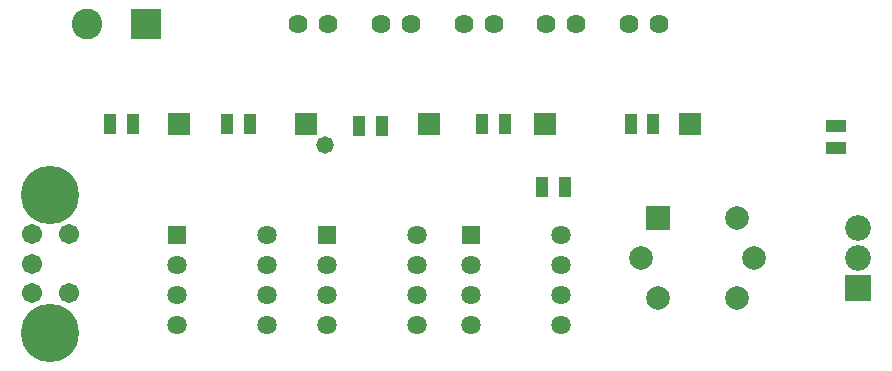
<source format=gts>
G04*
G04 #@! TF.GenerationSoftware,Altium Limited,Altium Designer,23.2.1 (34)*
G04*
G04 Layer_Color=8388736*
%FSLAX44Y44*%
%MOMM*%
G71*
G04*
G04 #@! TF.SameCoordinates,2F04A12E-80DC-47A9-97FB-97186C95C1CF*
G04*
G04*
G04 #@! TF.FilePolarity,Negative*
G04*
G01*
G75*
%ADD17R,1.1032X1.6532*%
%ADD18R,1.6532X1.1032*%
%ADD19C,1.7032*%
%ADD20C,4.9432*%
%ADD21C,2.6032*%
%ADD22R,2.6032X2.6032*%
%ADD23R,1.9282X1.9282*%
%ADD24C,1.6282*%
%ADD25R,1.6282X1.6282*%
%ADD26R,2.1832X2.1832*%
%ADD27C,2.1832*%
%ADD28R,2.0032X2.0032*%
%ADD29C,2.0032*%
%ADD30C,1.6192*%
%ADD31C,1.4732*%
D17*
X347370Y471170D02*
D03*
X366370D02*
D03*
X446430D02*
D03*
X465430D02*
D03*
X558190Y469900D02*
D03*
X577190D02*
D03*
X662330Y471170D02*
D03*
X681330D02*
D03*
X788060D02*
D03*
X807060D02*
D03*
X713130Y417830D02*
D03*
X732130D02*
D03*
D18*
X961390Y469850D02*
D03*
Y450850D02*
D03*
D19*
X280670Y378060D02*
D03*
Y353060D02*
D03*
Y328060D02*
D03*
X312670Y378060D02*
D03*
Y328060D02*
D03*
D20*
X296670Y411560D02*
D03*
Y294560D02*
D03*
D21*
X327660Y556260D02*
D03*
D22*
X377660D02*
D03*
D23*
X405130Y471170D02*
D03*
X513080D02*
D03*
X617220D02*
D03*
X715010D02*
D03*
X838200D02*
D03*
D24*
X480060Y377190D02*
D03*
Y351790D02*
D03*
Y326390D02*
D03*
Y300990D02*
D03*
X403860D02*
D03*
Y326390D02*
D03*
Y351790D02*
D03*
X607060Y377190D02*
D03*
Y351790D02*
D03*
Y326390D02*
D03*
Y300990D02*
D03*
X530860D02*
D03*
Y326390D02*
D03*
Y351790D02*
D03*
X728980Y377190D02*
D03*
Y351790D02*
D03*
Y326390D02*
D03*
Y300990D02*
D03*
X652780D02*
D03*
Y326390D02*
D03*
Y351790D02*
D03*
D25*
X403860Y377190D02*
D03*
X530860D02*
D03*
X652780D02*
D03*
D26*
X980440Y332640D02*
D03*
D27*
Y358140D02*
D03*
Y383640D02*
D03*
D28*
X810963Y391727D02*
D03*
D29*
X797050Y358140D02*
D03*
X810963Y324553D02*
D03*
X878137D02*
D03*
X892050Y358140D02*
D03*
X878137Y391727D02*
D03*
D30*
X506430Y556260D02*
D03*
X576430D02*
D03*
X646430D02*
D03*
X716430D02*
D03*
X786430D02*
D03*
X531830D02*
D03*
X601830D02*
D03*
X671830D02*
D03*
X741830D02*
D03*
X811830D02*
D03*
D31*
X529082Y453898D02*
D03*
M02*

</source>
